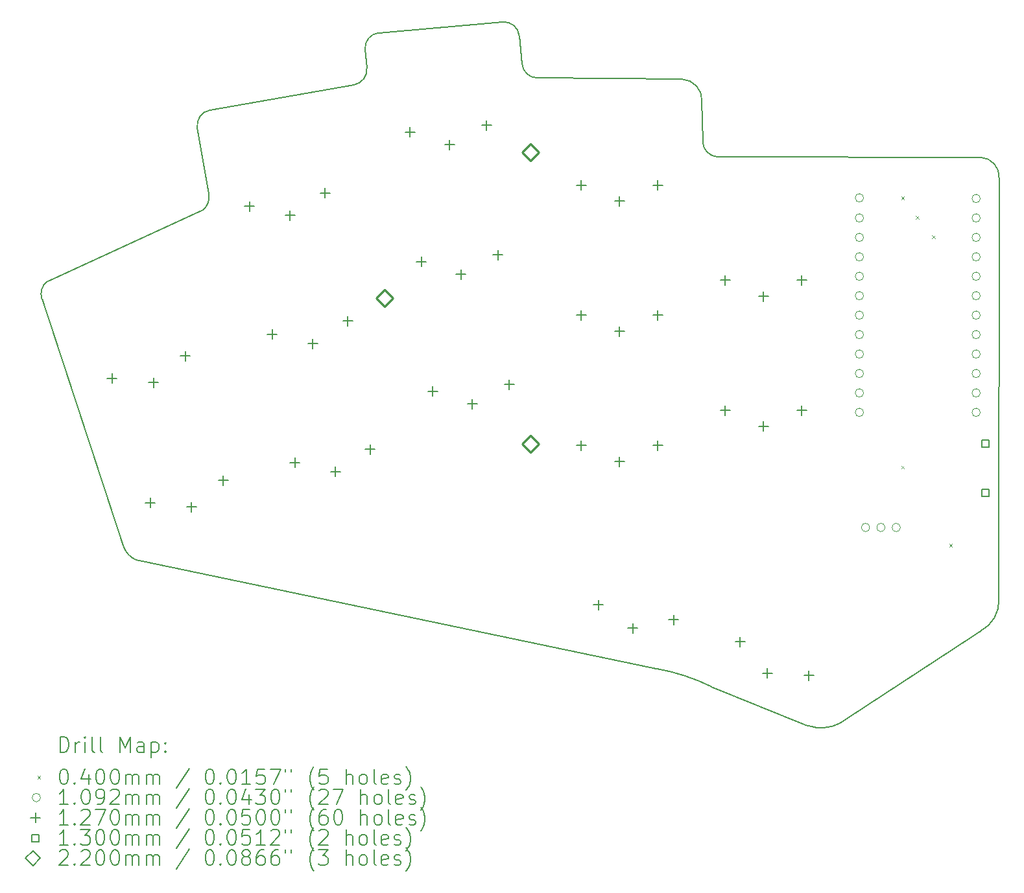
<source format=gbr>
%FSLAX45Y45*%
G04 Gerber Fmt 4.5, Leading zero omitted, Abs format (unit mm)*
G04 Created by KiCad (PCBNEW (6.0.4)) date 2022-05-15 18:09:08*
%MOMM*%
%LPD*%
G01*
G04 APERTURE LIST*
%TA.AperFunction,Profile*%
%ADD10C,0.150000*%
%TD*%
%ADD11C,0.200000*%
%ADD12C,0.040000*%
%ADD13C,0.109220*%
%ADD14C,0.127000*%
%ADD15C,0.130000*%
%ADD16C,0.220000*%
G04 APERTURE END LIST*
D10*
X6193308Y11268038D02*
X8077793Y11600323D01*
X12617390Y11393371D02*
G75*
G03*
X12363394Y11672771I-271530J8309D01*
G01*
X4064822Y9026729D02*
G75*
G03*
X4000538Y8804935I127368J-157129D01*
G01*
X4064821Y9026731D02*
X6108103Y9966950D01*
X10469953Y11689307D02*
X12363394Y11672771D01*
X12741926Y3736877D02*
G75*
G03*
X12025482Y3971349I-1191097J-2427667D01*
G01*
X10270710Y11871876D02*
G75*
G03*
X10469953Y11689307I199250J17444D01*
G01*
X16260102Y10651714D02*
X12830714Y10656418D01*
X12627823Y10859110D02*
G75*
G03*
X12830714Y10656418I208327J5640D01*
G01*
X8402406Y12279469D02*
X10016242Y12420661D01*
X13997410Y3228984D02*
G75*
G03*
X14415051Y3256148I177330J497746D01*
G01*
X12025482Y3971349D02*
X5232567Y5391664D01*
X4000538Y8804935D02*
X5064080Y5574684D01*
X5064080Y5574684D02*
G75*
G03*
X5232567Y5391664I284371J92726D01*
G01*
X13997409Y3228982D02*
X12741926Y3736876D01*
X16254981Y4462540D02*
G75*
G03*
X16496248Y4877642I-207697J398385D01*
G01*
X8242303Y11814716D02*
X8220598Y12062799D01*
X6108103Y9966950D02*
G75*
G03*
X6182043Y10176232I-151733J171310D01*
G01*
X16496248Y4877642D02*
X16498230Y10381255D01*
X10232913Y12238854D02*
G75*
G03*
X10016242Y12420661I-199233J-17424D01*
G01*
X14415051Y3256148D02*
X16254981Y4462540D01*
X6031076Y11036347D02*
X6182043Y10176232D01*
X8077794Y11600323D02*
G75*
G03*
X8242303Y11814716I-34724J196957D01*
G01*
X12627819Y10859110D02*
X12617394Y11393371D01*
X16498224Y10381255D02*
G75*
G03*
X16260102Y10651714I-253545J16825D01*
G01*
X10232912Y12238854D02*
X10270714Y11871876D01*
X6193307Y11268044D02*
G75*
G03*
X6031076Y11036347I34733J-196964D01*
G01*
X8402407Y12279462D02*
G75*
G03*
X8220598Y12062799I17423J-199232D01*
G01*
D11*
D12*
X15220000Y10141314D02*
X15260000Y10101314D01*
X15260000Y10141314D02*
X15220000Y10101314D01*
X15220000Y6624000D02*
X15260000Y6584000D01*
X15260000Y6624000D02*
X15220000Y6584000D01*
X15410459Y9885043D02*
X15450459Y9845043D01*
X15450459Y9885043D02*
X15410459Y9845043D01*
X15618978Y9630635D02*
X15658978Y9590635D01*
X15658978Y9630635D02*
X15618978Y9590635D01*
X15846125Y5604462D02*
X15886125Y5564462D01*
X15886125Y5604462D02*
X15846125Y5564462D01*
D13*
X14728331Y10122629D02*
G75*
G03*
X14728331Y10122629I-54610J0D01*
G01*
X14728331Y9860254D02*
G75*
G03*
X14728331Y9860254I-54610J0D01*
G01*
X14728331Y9606254D02*
G75*
G03*
X14728331Y9606254I-54610J0D01*
G01*
X14728331Y9352254D02*
G75*
G03*
X14728331Y9352254I-54610J0D01*
G01*
X14728331Y9098254D02*
G75*
G03*
X14728331Y9098254I-54610J0D01*
G01*
X14728331Y8844254D02*
G75*
G03*
X14728331Y8844254I-54610J0D01*
G01*
X14728331Y8590254D02*
G75*
G03*
X14728331Y8590254I-54610J0D01*
G01*
X14728331Y8336254D02*
G75*
G03*
X14728331Y8336254I-54610J0D01*
G01*
X14728331Y8082254D02*
G75*
G03*
X14728331Y8082254I-54610J0D01*
G01*
X14728331Y7828254D02*
G75*
G03*
X14728331Y7828254I-54610J0D01*
G01*
X14728331Y7574254D02*
G75*
G03*
X14728331Y7574254I-54610J0D01*
G01*
X14728331Y7320254D02*
G75*
G03*
X14728331Y7320254I-54610J0D01*
G01*
X14809150Y5816368D02*
G75*
G03*
X14809150Y5816368I-54610J0D01*
G01*
X15009150Y5816368D02*
G75*
G03*
X15009150Y5816368I-54610J0D01*
G01*
X15209150Y5816368D02*
G75*
G03*
X15209150Y5816368I-54610J0D01*
G01*
X16252331Y10114254D02*
G75*
G03*
X16252331Y10114254I-54610J0D01*
G01*
X16252331Y9860254D02*
G75*
G03*
X16252331Y9860254I-54610J0D01*
G01*
X16252331Y9606254D02*
G75*
G03*
X16252331Y9606254I-54610J0D01*
G01*
X16252331Y9352254D02*
G75*
G03*
X16252331Y9352254I-54610J0D01*
G01*
X16252331Y9098254D02*
G75*
G03*
X16252331Y9098254I-54610J0D01*
G01*
X16252331Y8844254D02*
G75*
G03*
X16252331Y8844254I-54610J0D01*
G01*
X16252331Y8590254D02*
G75*
G03*
X16252331Y8590254I-54610J0D01*
G01*
X16252331Y8336254D02*
G75*
G03*
X16252331Y8336254I-54610J0D01*
G01*
X16252331Y8082254D02*
G75*
G03*
X16252331Y8082254I-54610J0D01*
G01*
X16252331Y7828254D02*
G75*
G03*
X16252331Y7828254I-54610J0D01*
G01*
X16252331Y7574254D02*
G75*
G03*
X16252331Y7574254I-54610J0D01*
G01*
X16252331Y7320254D02*
G75*
G03*
X16252331Y7320254I-54610J0D01*
G01*
D14*
X4917175Y7826915D02*
X4917175Y7699915D01*
X4853675Y7763415D02*
X4980675Y7763415D01*
X5414207Y6201196D02*
X5414207Y6074196D01*
X5350707Y6137696D02*
X5477707Y6137696D01*
X5456725Y7772276D02*
X5456725Y7645276D01*
X5393225Y7708776D02*
X5520225Y7708776D01*
X5456725Y7772276D02*
X5456725Y7645276D01*
X5393225Y7708776D02*
X5520225Y7708776D01*
X5873479Y8119286D02*
X5873479Y7992286D01*
X5809979Y8055786D02*
X5936979Y8055786D01*
X5953757Y6146558D02*
X5953757Y6019558D01*
X5890257Y6083058D02*
X6017257Y6083058D01*
X5953757Y6146558D02*
X5953757Y6019558D01*
X5890257Y6083058D02*
X6017257Y6083058D01*
X6370511Y6493568D02*
X6370511Y6366568D01*
X6307011Y6430068D02*
X6434011Y6430068D01*
X6712293Y10076956D02*
X6712293Y9949956D01*
X6648793Y10013456D02*
X6775793Y10013456D01*
X7007495Y8402783D02*
X7007495Y8275782D01*
X6943995Y8339282D02*
X7070995Y8339282D01*
X7241163Y9956970D02*
X7241163Y9829970D01*
X7177663Y9893470D02*
X7304663Y9893470D01*
X7241163Y9956970D02*
X7241163Y9829970D01*
X7177663Y9893470D02*
X7304663Y9893470D01*
X7302697Y6728609D02*
X7302697Y6601609D01*
X7239197Y6665109D02*
X7366197Y6665109D01*
X7536365Y8282797D02*
X7536365Y8155797D01*
X7472865Y8219297D02*
X7599865Y8219297D01*
X7536365Y8282797D02*
X7536365Y8155797D01*
X7472865Y8219297D02*
X7599865Y8219297D01*
X7697101Y10250604D02*
X7697101Y10123604D01*
X7633601Y10187104D02*
X7760601Y10187104D01*
X7831567Y6608624D02*
X7831567Y6481624D01*
X7768067Y6545124D02*
X7895067Y6545124D01*
X7831567Y6608624D02*
X7831567Y6481624D01*
X7768067Y6545124D02*
X7895067Y6545124D01*
X7992303Y8576431D02*
X7992303Y8449431D01*
X7928803Y8512931D02*
X8055803Y8512931D01*
X8287505Y6902257D02*
X8287505Y6775257D01*
X8224005Y6838757D02*
X8351005Y6838757D01*
X8809021Y11046316D02*
X8809021Y10919316D01*
X8745521Y10982816D02*
X8872521Y10982816D01*
X8957186Y9352785D02*
X8957186Y9225785D01*
X8893686Y9289285D02*
X9020686Y9289285D01*
X9105351Y7659254D02*
X9105351Y7532254D01*
X9041851Y7595754D02*
X9168851Y7595754D01*
X9325422Y10880693D02*
X9325422Y10753693D01*
X9261922Y10817193D02*
X9388922Y10817193D01*
X9325422Y10880693D02*
X9325422Y10753693D01*
X9261922Y10817193D02*
X9388922Y10817193D01*
X9473586Y9187162D02*
X9473586Y9060162D01*
X9410086Y9123662D02*
X9537086Y9123662D01*
X9473586Y9187162D02*
X9473586Y9060162D01*
X9410086Y9123662D02*
X9537086Y9123662D01*
X9621751Y7493631D02*
X9621751Y7366631D01*
X9558251Y7430131D02*
X9685251Y7430131D01*
X9621751Y7493631D02*
X9621751Y7366631D01*
X9558251Y7430131D02*
X9685251Y7430131D01*
X9805216Y11133472D02*
X9805216Y11006472D01*
X9741716Y11069972D02*
X9868716Y11069972D01*
X9953381Y9439941D02*
X9953381Y9312941D01*
X9889881Y9376441D02*
X10016881Y9376441D01*
X10101546Y7746410D02*
X10101546Y7619410D01*
X10038046Y7682910D02*
X10165046Y7682910D01*
X11041109Y10352102D02*
X11041109Y10225102D01*
X10977609Y10288602D02*
X11104609Y10288602D01*
X11041109Y8652102D02*
X11041109Y8525102D01*
X10977609Y8588602D02*
X11104609Y8588602D01*
X11041109Y6952102D02*
X11041109Y6825102D01*
X10977609Y6888602D02*
X11104609Y6888602D01*
X11266393Y4867373D02*
X11266393Y4740373D01*
X11202893Y4803873D02*
X11329893Y4803873D01*
X11541109Y10142102D02*
X11541109Y10015102D01*
X11477609Y10078602D02*
X11604609Y10078602D01*
X11541109Y10142102D02*
X11541109Y10015102D01*
X11477609Y10078602D02*
X11604609Y10078602D01*
X11541109Y8442102D02*
X11541109Y8315102D01*
X11477609Y8378602D02*
X11604609Y8378602D01*
X11541109Y8442102D02*
X11541109Y8315102D01*
X11477609Y8378602D02*
X11604609Y8378602D01*
X11541109Y6742102D02*
X11541109Y6615102D01*
X11477609Y6678602D02*
X11604609Y6678602D01*
X11541109Y6742102D02*
X11541109Y6615102D01*
X11477609Y6678602D02*
X11604609Y6678602D01*
X11717137Y4565827D02*
X11717137Y4438827D01*
X11653637Y4502327D02*
X11780637Y4502327D01*
X11717137Y4565827D02*
X11717137Y4438827D01*
X11653637Y4502327D02*
X11780637Y4502327D01*
X12041109Y10352102D02*
X12041109Y10225102D01*
X11977609Y10288602D02*
X12104609Y10288602D01*
X12041109Y8652102D02*
X12041109Y8525102D01*
X11977609Y8588602D02*
X12104609Y8588602D01*
X12041109Y6952102D02*
X12041109Y6825102D01*
X11977609Y6888602D02*
X12104609Y6888602D01*
X12248020Y4676564D02*
X12248020Y4549564D01*
X12184520Y4613064D02*
X12311520Y4613064D01*
X12921828Y9111385D02*
X12921828Y8984385D01*
X12858328Y9047885D02*
X12985328Y9047885D01*
X12921828Y7411385D02*
X12921828Y7284385D01*
X12858328Y7347885D02*
X12985328Y7347885D01*
X13116543Y4385961D02*
X13116543Y4258961D01*
X13053043Y4322461D02*
X13180043Y4322461D01*
X13421828Y8901385D02*
X13421828Y8774385D01*
X13358328Y8837885D02*
X13485328Y8837885D01*
X13421828Y8901385D02*
X13421828Y8774385D01*
X13358328Y8837885D02*
X13485328Y8837885D01*
X13421828Y7201385D02*
X13421828Y7074385D01*
X13358328Y7137885D02*
X13485328Y7137885D01*
X13421828Y7201385D02*
X13421828Y7074385D01*
X13358328Y7137885D02*
X13485328Y7137885D01*
X13473882Y3978028D02*
X13473882Y3851028D01*
X13410382Y3914528D02*
X13537382Y3914528D01*
X13473882Y3978028D02*
X13473882Y3851028D01*
X13410382Y3914528D02*
X13537382Y3914528D01*
X13921828Y9111385D02*
X13921828Y8984385D01*
X13858328Y9047885D02*
X13985328Y9047885D01*
X13921828Y7411385D02*
X13921828Y7284385D01*
X13858328Y7347885D02*
X13985328Y7347885D01*
X14015337Y3947589D02*
X14015337Y3820589D01*
X13951837Y3884089D02*
X14078837Y3884089D01*
D15*
X16366281Y6869289D02*
X16366281Y6961214D01*
X16274357Y6961214D01*
X16274357Y6869289D01*
X16366281Y6869289D01*
X16366281Y6219289D02*
X16366281Y6311214D01*
X16274357Y6311214D01*
X16274357Y6219289D01*
X16366281Y6219289D01*
D16*
X8474722Y8704143D02*
X8584722Y8814143D01*
X8474722Y8924143D01*
X8364722Y8814143D01*
X8474722Y8704143D01*
X10379722Y10609143D02*
X10489722Y10719143D01*
X10379722Y10829143D01*
X10269722Y10719143D01*
X10379722Y10609143D01*
X10379722Y6799143D02*
X10489722Y6909143D01*
X10379722Y7019143D01*
X10269722Y6909143D01*
X10379722Y6799143D01*
D11*
X4240042Y2880363D02*
X4240042Y3080363D01*
X4287661Y3080363D01*
X4316233Y3070839D01*
X4335280Y3051792D01*
X4344804Y3032744D01*
X4354328Y2994649D01*
X4354328Y2966077D01*
X4344804Y2927982D01*
X4335280Y2908934D01*
X4316233Y2889887D01*
X4287661Y2880363D01*
X4240042Y2880363D01*
X4440042Y2880363D02*
X4440042Y3013696D01*
X4440042Y2975601D02*
X4449566Y2994649D01*
X4459090Y3004173D01*
X4478137Y3013696D01*
X4497185Y3013696D01*
X4563852Y2880363D02*
X4563852Y3013696D01*
X4563852Y3080363D02*
X4554328Y3070839D01*
X4563852Y3061315D01*
X4573375Y3070839D01*
X4563852Y3080363D01*
X4563852Y3061315D01*
X4687661Y2880363D02*
X4668614Y2889887D01*
X4659090Y2908934D01*
X4659090Y3080363D01*
X4792423Y2880363D02*
X4773375Y2889887D01*
X4763852Y2908934D01*
X4763852Y3080363D01*
X5020995Y2880363D02*
X5020995Y3080363D01*
X5087661Y2937506D01*
X5154328Y3080363D01*
X5154328Y2880363D01*
X5335280Y2880363D02*
X5335280Y2985125D01*
X5325756Y3004173D01*
X5306709Y3013696D01*
X5268614Y3013696D01*
X5249566Y3004173D01*
X5335280Y2889887D02*
X5316233Y2880363D01*
X5268614Y2880363D01*
X5249566Y2889887D01*
X5240042Y2908934D01*
X5240042Y2927982D01*
X5249566Y2947030D01*
X5268614Y2956553D01*
X5316233Y2956553D01*
X5335280Y2966077D01*
X5430518Y3013696D02*
X5430518Y2813696D01*
X5430518Y3004173D02*
X5449566Y3013696D01*
X5487661Y3013696D01*
X5506709Y3004173D01*
X5516233Y2994649D01*
X5525756Y2975601D01*
X5525756Y2918458D01*
X5516233Y2899411D01*
X5506709Y2889887D01*
X5487661Y2880363D01*
X5449566Y2880363D01*
X5430518Y2889887D01*
X5611471Y2899411D02*
X5620994Y2889887D01*
X5611471Y2880363D01*
X5601947Y2889887D01*
X5611471Y2899411D01*
X5611471Y2880363D01*
X5611471Y3004173D02*
X5620994Y2994649D01*
X5611471Y2985125D01*
X5601947Y2994649D01*
X5611471Y3004173D01*
X5611471Y2985125D01*
D12*
X3942423Y2570839D02*
X3982423Y2530839D01*
X3982423Y2570839D02*
X3942423Y2530839D01*
D11*
X4278137Y2660363D02*
X4297185Y2660363D01*
X4316233Y2650839D01*
X4325756Y2641315D01*
X4335280Y2622268D01*
X4344804Y2584173D01*
X4344804Y2536554D01*
X4335280Y2498458D01*
X4325756Y2479411D01*
X4316233Y2469887D01*
X4297185Y2460363D01*
X4278137Y2460363D01*
X4259090Y2469887D01*
X4249566Y2479411D01*
X4240042Y2498458D01*
X4230518Y2536554D01*
X4230518Y2584173D01*
X4240042Y2622268D01*
X4249566Y2641315D01*
X4259090Y2650839D01*
X4278137Y2660363D01*
X4430518Y2479411D02*
X4440042Y2469887D01*
X4430518Y2460363D01*
X4420995Y2469887D01*
X4430518Y2479411D01*
X4430518Y2460363D01*
X4611471Y2593696D02*
X4611471Y2460363D01*
X4563852Y2669887D02*
X4516233Y2527030D01*
X4640042Y2527030D01*
X4754328Y2660363D02*
X4773375Y2660363D01*
X4792423Y2650839D01*
X4801947Y2641315D01*
X4811471Y2622268D01*
X4820995Y2584173D01*
X4820995Y2536554D01*
X4811471Y2498458D01*
X4801947Y2479411D01*
X4792423Y2469887D01*
X4773375Y2460363D01*
X4754328Y2460363D01*
X4735280Y2469887D01*
X4725756Y2479411D01*
X4716233Y2498458D01*
X4706709Y2536554D01*
X4706709Y2584173D01*
X4716233Y2622268D01*
X4725756Y2641315D01*
X4735280Y2650839D01*
X4754328Y2660363D01*
X4944804Y2660363D02*
X4963852Y2660363D01*
X4982899Y2650839D01*
X4992423Y2641315D01*
X5001947Y2622268D01*
X5011471Y2584173D01*
X5011471Y2536554D01*
X5001947Y2498458D01*
X4992423Y2479411D01*
X4982899Y2469887D01*
X4963852Y2460363D01*
X4944804Y2460363D01*
X4925756Y2469887D01*
X4916233Y2479411D01*
X4906709Y2498458D01*
X4897185Y2536554D01*
X4897185Y2584173D01*
X4906709Y2622268D01*
X4916233Y2641315D01*
X4925756Y2650839D01*
X4944804Y2660363D01*
X5097185Y2460363D02*
X5097185Y2593696D01*
X5097185Y2574649D02*
X5106709Y2584173D01*
X5125756Y2593696D01*
X5154328Y2593696D01*
X5173375Y2584173D01*
X5182899Y2565125D01*
X5182899Y2460363D01*
X5182899Y2565125D02*
X5192423Y2584173D01*
X5211471Y2593696D01*
X5240042Y2593696D01*
X5259090Y2584173D01*
X5268614Y2565125D01*
X5268614Y2460363D01*
X5363852Y2460363D02*
X5363852Y2593696D01*
X5363852Y2574649D02*
X5373375Y2584173D01*
X5392423Y2593696D01*
X5420995Y2593696D01*
X5440042Y2584173D01*
X5449566Y2565125D01*
X5449566Y2460363D01*
X5449566Y2565125D02*
X5459090Y2584173D01*
X5478137Y2593696D01*
X5506709Y2593696D01*
X5525756Y2584173D01*
X5535280Y2565125D01*
X5535280Y2460363D01*
X5925756Y2669887D02*
X5754328Y2412744D01*
X6182899Y2660363D02*
X6201947Y2660363D01*
X6220994Y2650839D01*
X6230518Y2641315D01*
X6240042Y2622268D01*
X6249566Y2584173D01*
X6249566Y2536554D01*
X6240042Y2498458D01*
X6230518Y2479411D01*
X6220994Y2469887D01*
X6201947Y2460363D01*
X6182899Y2460363D01*
X6163852Y2469887D01*
X6154328Y2479411D01*
X6144804Y2498458D01*
X6135280Y2536554D01*
X6135280Y2584173D01*
X6144804Y2622268D01*
X6154328Y2641315D01*
X6163852Y2650839D01*
X6182899Y2660363D01*
X6335280Y2479411D02*
X6344804Y2469887D01*
X6335280Y2460363D01*
X6325756Y2469887D01*
X6335280Y2479411D01*
X6335280Y2460363D01*
X6468613Y2660363D02*
X6487661Y2660363D01*
X6506709Y2650839D01*
X6516233Y2641315D01*
X6525756Y2622268D01*
X6535280Y2584173D01*
X6535280Y2536554D01*
X6525756Y2498458D01*
X6516233Y2479411D01*
X6506709Y2469887D01*
X6487661Y2460363D01*
X6468613Y2460363D01*
X6449566Y2469887D01*
X6440042Y2479411D01*
X6430518Y2498458D01*
X6420994Y2536554D01*
X6420994Y2584173D01*
X6430518Y2622268D01*
X6440042Y2641315D01*
X6449566Y2650839D01*
X6468613Y2660363D01*
X6725756Y2460363D02*
X6611471Y2460363D01*
X6668613Y2460363D02*
X6668613Y2660363D01*
X6649566Y2631792D01*
X6630518Y2612744D01*
X6611471Y2603220D01*
X6906709Y2660363D02*
X6811471Y2660363D01*
X6801947Y2565125D01*
X6811471Y2574649D01*
X6830518Y2584173D01*
X6878137Y2584173D01*
X6897185Y2574649D01*
X6906709Y2565125D01*
X6916233Y2546077D01*
X6916233Y2498458D01*
X6906709Y2479411D01*
X6897185Y2469887D01*
X6878137Y2460363D01*
X6830518Y2460363D01*
X6811471Y2469887D01*
X6801947Y2479411D01*
X6982899Y2660363D02*
X7116233Y2660363D01*
X7030518Y2460363D01*
X7182899Y2660363D02*
X7182899Y2622268D01*
X7259090Y2660363D02*
X7259090Y2622268D01*
X7554328Y2384173D02*
X7544804Y2393696D01*
X7525756Y2422268D01*
X7516233Y2441315D01*
X7506709Y2469887D01*
X7497185Y2517506D01*
X7497185Y2555601D01*
X7506709Y2603220D01*
X7516233Y2631792D01*
X7525756Y2650839D01*
X7544804Y2679411D01*
X7554328Y2688935D01*
X7725756Y2660363D02*
X7630518Y2660363D01*
X7620994Y2565125D01*
X7630518Y2574649D01*
X7649566Y2584173D01*
X7697185Y2584173D01*
X7716233Y2574649D01*
X7725756Y2565125D01*
X7735280Y2546077D01*
X7735280Y2498458D01*
X7725756Y2479411D01*
X7716233Y2469887D01*
X7697185Y2460363D01*
X7649566Y2460363D01*
X7630518Y2469887D01*
X7620994Y2479411D01*
X7973375Y2460363D02*
X7973375Y2660363D01*
X8059090Y2460363D02*
X8059090Y2565125D01*
X8049566Y2584173D01*
X8030518Y2593696D01*
X8001947Y2593696D01*
X7982899Y2584173D01*
X7973375Y2574649D01*
X8182899Y2460363D02*
X8163852Y2469887D01*
X8154328Y2479411D01*
X8144804Y2498458D01*
X8144804Y2555601D01*
X8154328Y2574649D01*
X8163852Y2584173D01*
X8182899Y2593696D01*
X8211471Y2593696D01*
X8230518Y2584173D01*
X8240042Y2574649D01*
X8249566Y2555601D01*
X8249566Y2498458D01*
X8240042Y2479411D01*
X8230518Y2469887D01*
X8211471Y2460363D01*
X8182899Y2460363D01*
X8363852Y2460363D02*
X8344804Y2469887D01*
X8335280Y2488935D01*
X8335280Y2660363D01*
X8516233Y2469887D02*
X8497185Y2460363D01*
X8459090Y2460363D01*
X8440042Y2469887D01*
X8430518Y2488935D01*
X8430518Y2565125D01*
X8440042Y2584173D01*
X8459090Y2593696D01*
X8497185Y2593696D01*
X8516233Y2584173D01*
X8525756Y2565125D01*
X8525756Y2546077D01*
X8430518Y2527030D01*
X8601947Y2469887D02*
X8620995Y2460363D01*
X8659090Y2460363D01*
X8678137Y2469887D01*
X8687661Y2488935D01*
X8687661Y2498458D01*
X8678137Y2517506D01*
X8659090Y2527030D01*
X8630518Y2527030D01*
X8611471Y2536554D01*
X8601947Y2555601D01*
X8601947Y2565125D01*
X8611471Y2584173D01*
X8630518Y2593696D01*
X8659090Y2593696D01*
X8678137Y2584173D01*
X8754328Y2384173D02*
X8763852Y2393696D01*
X8782899Y2422268D01*
X8792423Y2441315D01*
X8801947Y2469887D01*
X8811471Y2517506D01*
X8811471Y2555601D01*
X8801947Y2603220D01*
X8792423Y2631792D01*
X8782899Y2650839D01*
X8763852Y2679411D01*
X8754328Y2688935D01*
D13*
X3982423Y2286839D02*
G75*
G03*
X3982423Y2286839I-54610J0D01*
G01*
D11*
X4344804Y2196363D02*
X4230518Y2196363D01*
X4287661Y2196363D02*
X4287661Y2396363D01*
X4268614Y2367792D01*
X4249566Y2348744D01*
X4230518Y2339220D01*
X4430518Y2215411D02*
X4440042Y2205887D01*
X4430518Y2196363D01*
X4420995Y2205887D01*
X4430518Y2215411D01*
X4430518Y2196363D01*
X4563852Y2396363D02*
X4582899Y2396363D01*
X4601947Y2386839D01*
X4611471Y2377315D01*
X4620995Y2358268D01*
X4630518Y2320173D01*
X4630518Y2272554D01*
X4620995Y2234458D01*
X4611471Y2215411D01*
X4601947Y2205887D01*
X4582899Y2196363D01*
X4563852Y2196363D01*
X4544804Y2205887D01*
X4535280Y2215411D01*
X4525756Y2234458D01*
X4516233Y2272554D01*
X4516233Y2320173D01*
X4525756Y2358268D01*
X4535280Y2377315D01*
X4544804Y2386839D01*
X4563852Y2396363D01*
X4725756Y2196363D02*
X4763852Y2196363D01*
X4782899Y2205887D01*
X4792423Y2215411D01*
X4811471Y2243982D01*
X4820995Y2282077D01*
X4820995Y2358268D01*
X4811471Y2377315D01*
X4801947Y2386839D01*
X4782899Y2396363D01*
X4744804Y2396363D01*
X4725756Y2386839D01*
X4716233Y2377315D01*
X4706709Y2358268D01*
X4706709Y2310649D01*
X4716233Y2291601D01*
X4725756Y2282077D01*
X4744804Y2272554D01*
X4782899Y2272554D01*
X4801947Y2282077D01*
X4811471Y2291601D01*
X4820995Y2310649D01*
X4897185Y2377315D02*
X4906709Y2386839D01*
X4925756Y2396363D01*
X4973375Y2396363D01*
X4992423Y2386839D01*
X5001947Y2377315D01*
X5011471Y2358268D01*
X5011471Y2339220D01*
X5001947Y2310649D01*
X4887661Y2196363D01*
X5011471Y2196363D01*
X5097185Y2196363D02*
X5097185Y2329696D01*
X5097185Y2310649D02*
X5106709Y2320173D01*
X5125756Y2329696D01*
X5154328Y2329696D01*
X5173375Y2320173D01*
X5182899Y2301125D01*
X5182899Y2196363D01*
X5182899Y2301125D02*
X5192423Y2320173D01*
X5211471Y2329696D01*
X5240042Y2329696D01*
X5259090Y2320173D01*
X5268614Y2301125D01*
X5268614Y2196363D01*
X5363852Y2196363D02*
X5363852Y2329696D01*
X5363852Y2310649D02*
X5373375Y2320173D01*
X5392423Y2329696D01*
X5420995Y2329696D01*
X5440042Y2320173D01*
X5449566Y2301125D01*
X5449566Y2196363D01*
X5449566Y2301125D02*
X5459090Y2320173D01*
X5478137Y2329696D01*
X5506709Y2329696D01*
X5525756Y2320173D01*
X5535280Y2301125D01*
X5535280Y2196363D01*
X5925756Y2405887D02*
X5754328Y2148744D01*
X6182899Y2396363D02*
X6201947Y2396363D01*
X6220994Y2386839D01*
X6230518Y2377315D01*
X6240042Y2358268D01*
X6249566Y2320173D01*
X6249566Y2272554D01*
X6240042Y2234458D01*
X6230518Y2215411D01*
X6220994Y2205887D01*
X6201947Y2196363D01*
X6182899Y2196363D01*
X6163852Y2205887D01*
X6154328Y2215411D01*
X6144804Y2234458D01*
X6135280Y2272554D01*
X6135280Y2320173D01*
X6144804Y2358268D01*
X6154328Y2377315D01*
X6163852Y2386839D01*
X6182899Y2396363D01*
X6335280Y2215411D02*
X6344804Y2205887D01*
X6335280Y2196363D01*
X6325756Y2205887D01*
X6335280Y2215411D01*
X6335280Y2196363D01*
X6468613Y2396363D02*
X6487661Y2396363D01*
X6506709Y2386839D01*
X6516233Y2377315D01*
X6525756Y2358268D01*
X6535280Y2320173D01*
X6535280Y2272554D01*
X6525756Y2234458D01*
X6516233Y2215411D01*
X6506709Y2205887D01*
X6487661Y2196363D01*
X6468613Y2196363D01*
X6449566Y2205887D01*
X6440042Y2215411D01*
X6430518Y2234458D01*
X6420994Y2272554D01*
X6420994Y2320173D01*
X6430518Y2358268D01*
X6440042Y2377315D01*
X6449566Y2386839D01*
X6468613Y2396363D01*
X6706709Y2329696D02*
X6706709Y2196363D01*
X6659090Y2405887D02*
X6611471Y2263030D01*
X6735280Y2263030D01*
X6792423Y2396363D02*
X6916233Y2396363D01*
X6849566Y2320173D01*
X6878137Y2320173D01*
X6897185Y2310649D01*
X6906709Y2301125D01*
X6916233Y2282077D01*
X6916233Y2234458D01*
X6906709Y2215411D01*
X6897185Y2205887D01*
X6878137Y2196363D01*
X6820994Y2196363D01*
X6801947Y2205887D01*
X6792423Y2215411D01*
X7040042Y2396363D02*
X7059090Y2396363D01*
X7078137Y2386839D01*
X7087661Y2377315D01*
X7097185Y2358268D01*
X7106709Y2320173D01*
X7106709Y2272554D01*
X7097185Y2234458D01*
X7087661Y2215411D01*
X7078137Y2205887D01*
X7059090Y2196363D01*
X7040042Y2196363D01*
X7020994Y2205887D01*
X7011471Y2215411D01*
X7001947Y2234458D01*
X6992423Y2272554D01*
X6992423Y2320173D01*
X7001947Y2358268D01*
X7011471Y2377315D01*
X7020994Y2386839D01*
X7040042Y2396363D01*
X7182899Y2396363D02*
X7182899Y2358268D01*
X7259090Y2396363D02*
X7259090Y2358268D01*
X7554328Y2120173D02*
X7544804Y2129696D01*
X7525756Y2158268D01*
X7516233Y2177315D01*
X7506709Y2205887D01*
X7497185Y2253506D01*
X7497185Y2291601D01*
X7506709Y2339220D01*
X7516233Y2367792D01*
X7525756Y2386839D01*
X7544804Y2415411D01*
X7554328Y2424935D01*
X7620994Y2377315D02*
X7630518Y2386839D01*
X7649566Y2396363D01*
X7697185Y2396363D01*
X7716233Y2386839D01*
X7725756Y2377315D01*
X7735280Y2358268D01*
X7735280Y2339220D01*
X7725756Y2310649D01*
X7611471Y2196363D01*
X7735280Y2196363D01*
X7801947Y2396363D02*
X7935280Y2396363D01*
X7849566Y2196363D01*
X8163852Y2196363D02*
X8163852Y2396363D01*
X8249566Y2196363D02*
X8249566Y2301125D01*
X8240042Y2320173D01*
X8220994Y2329696D01*
X8192423Y2329696D01*
X8173375Y2320173D01*
X8163852Y2310649D01*
X8373375Y2196363D02*
X8354328Y2205887D01*
X8344804Y2215411D01*
X8335280Y2234458D01*
X8335280Y2291601D01*
X8344804Y2310649D01*
X8354328Y2320173D01*
X8373375Y2329696D01*
X8401947Y2329696D01*
X8420995Y2320173D01*
X8430518Y2310649D01*
X8440042Y2291601D01*
X8440042Y2234458D01*
X8430518Y2215411D01*
X8420995Y2205887D01*
X8401947Y2196363D01*
X8373375Y2196363D01*
X8554328Y2196363D02*
X8535280Y2205887D01*
X8525756Y2224935D01*
X8525756Y2396363D01*
X8706709Y2205887D02*
X8687661Y2196363D01*
X8649566Y2196363D01*
X8630518Y2205887D01*
X8620995Y2224935D01*
X8620995Y2301125D01*
X8630518Y2320173D01*
X8649566Y2329696D01*
X8687661Y2329696D01*
X8706709Y2320173D01*
X8716233Y2301125D01*
X8716233Y2282077D01*
X8620995Y2263030D01*
X8792423Y2205887D02*
X8811471Y2196363D01*
X8849566Y2196363D01*
X8868614Y2205887D01*
X8878137Y2224935D01*
X8878137Y2234458D01*
X8868614Y2253506D01*
X8849566Y2263030D01*
X8820995Y2263030D01*
X8801947Y2272554D01*
X8792423Y2291601D01*
X8792423Y2301125D01*
X8801947Y2320173D01*
X8820995Y2329696D01*
X8849566Y2329696D01*
X8868614Y2320173D01*
X8944804Y2120173D02*
X8954328Y2129696D01*
X8973375Y2158268D01*
X8982899Y2177315D01*
X8992423Y2205887D01*
X9001947Y2253506D01*
X9001947Y2291601D01*
X8992423Y2339220D01*
X8982899Y2367792D01*
X8973375Y2386839D01*
X8954328Y2415411D01*
X8944804Y2424935D01*
D14*
X3918923Y2086339D02*
X3918923Y1959339D01*
X3855423Y2022839D02*
X3982423Y2022839D01*
D11*
X4344804Y1932363D02*
X4230518Y1932363D01*
X4287661Y1932363D02*
X4287661Y2132363D01*
X4268614Y2103792D01*
X4249566Y2084744D01*
X4230518Y2075220D01*
X4430518Y1951411D02*
X4440042Y1941887D01*
X4430518Y1932363D01*
X4420995Y1941887D01*
X4430518Y1951411D01*
X4430518Y1932363D01*
X4516233Y2113315D02*
X4525756Y2122839D01*
X4544804Y2132363D01*
X4592423Y2132363D01*
X4611471Y2122839D01*
X4620995Y2113315D01*
X4630518Y2094268D01*
X4630518Y2075220D01*
X4620995Y2046649D01*
X4506709Y1932363D01*
X4630518Y1932363D01*
X4697185Y2132363D02*
X4830518Y2132363D01*
X4744804Y1932363D01*
X4944804Y2132363D02*
X4963852Y2132363D01*
X4982899Y2122839D01*
X4992423Y2113315D01*
X5001947Y2094268D01*
X5011471Y2056173D01*
X5011471Y2008553D01*
X5001947Y1970458D01*
X4992423Y1951411D01*
X4982899Y1941887D01*
X4963852Y1932363D01*
X4944804Y1932363D01*
X4925756Y1941887D01*
X4916233Y1951411D01*
X4906709Y1970458D01*
X4897185Y2008553D01*
X4897185Y2056173D01*
X4906709Y2094268D01*
X4916233Y2113315D01*
X4925756Y2122839D01*
X4944804Y2132363D01*
X5097185Y1932363D02*
X5097185Y2065696D01*
X5097185Y2046649D02*
X5106709Y2056173D01*
X5125756Y2065696D01*
X5154328Y2065696D01*
X5173375Y2056173D01*
X5182899Y2037125D01*
X5182899Y1932363D01*
X5182899Y2037125D02*
X5192423Y2056173D01*
X5211471Y2065696D01*
X5240042Y2065696D01*
X5259090Y2056173D01*
X5268614Y2037125D01*
X5268614Y1932363D01*
X5363852Y1932363D02*
X5363852Y2065696D01*
X5363852Y2046649D02*
X5373375Y2056173D01*
X5392423Y2065696D01*
X5420995Y2065696D01*
X5440042Y2056173D01*
X5449566Y2037125D01*
X5449566Y1932363D01*
X5449566Y2037125D02*
X5459090Y2056173D01*
X5478137Y2065696D01*
X5506709Y2065696D01*
X5525756Y2056173D01*
X5535280Y2037125D01*
X5535280Y1932363D01*
X5925756Y2141887D02*
X5754328Y1884744D01*
X6182899Y2132363D02*
X6201947Y2132363D01*
X6220994Y2122839D01*
X6230518Y2113315D01*
X6240042Y2094268D01*
X6249566Y2056173D01*
X6249566Y2008553D01*
X6240042Y1970458D01*
X6230518Y1951411D01*
X6220994Y1941887D01*
X6201947Y1932363D01*
X6182899Y1932363D01*
X6163852Y1941887D01*
X6154328Y1951411D01*
X6144804Y1970458D01*
X6135280Y2008553D01*
X6135280Y2056173D01*
X6144804Y2094268D01*
X6154328Y2113315D01*
X6163852Y2122839D01*
X6182899Y2132363D01*
X6335280Y1951411D02*
X6344804Y1941887D01*
X6335280Y1932363D01*
X6325756Y1941887D01*
X6335280Y1951411D01*
X6335280Y1932363D01*
X6468613Y2132363D02*
X6487661Y2132363D01*
X6506709Y2122839D01*
X6516233Y2113315D01*
X6525756Y2094268D01*
X6535280Y2056173D01*
X6535280Y2008553D01*
X6525756Y1970458D01*
X6516233Y1951411D01*
X6506709Y1941887D01*
X6487661Y1932363D01*
X6468613Y1932363D01*
X6449566Y1941887D01*
X6440042Y1951411D01*
X6430518Y1970458D01*
X6420994Y2008553D01*
X6420994Y2056173D01*
X6430518Y2094268D01*
X6440042Y2113315D01*
X6449566Y2122839D01*
X6468613Y2132363D01*
X6716233Y2132363D02*
X6620994Y2132363D01*
X6611471Y2037125D01*
X6620994Y2046649D01*
X6640042Y2056173D01*
X6687661Y2056173D01*
X6706709Y2046649D01*
X6716233Y2037125D01*
X6725756Y2018077D01*
X6725756Y1970458D01*
X6716233Y1951411D01*
X6706709Y1941887D01*
X6687661Y1932363D01*
X6640042Y1932363D01*
X6620994Y1941887D01*
X6611471Y1951411D01*
X6849566Y2132363D02*
X6868613Y2132363D01*
X6887661Y2122839D01*
X6897185Y2113315D01*
X6906709Y2094268D01*
X6916233Y2056173D01*
X6916233Y2008553D01*
X6906709Y1970458D01*
X6897185Y1951411D01*
X6887661Y1941887D01*
X6868613Y1932363D01*
X6849566Y1932363D01*
X6830518Y1941887D01*
X6820994Y1951411D01*
X6811471Y1970458D01*
X6801947Y2008553D01*
X6801947Y2056173D01*
X6811471Y2094268D01*
X6820994Y2113315D01*
X6830518Y2122839D01*
X6849566Y2132363D01*
X7040042Y2132363D02*
X7059090Y2132363D01*
X7078137Y2122839D01*
X7087661Y2113315D01*
X7097185Y2094268D01*
X7106709Y2056173D01*
X7106709Y2008553D01*
X7097185Y1970458D01*
X7087661Y1951411D01*
X7078137Y1941887D01*
X7059090Y1932363D01*
X7040042Y1932363D01*
X7020994Y1941887D01*
X7011471Y1951411D01*
X7001947Y1970458D01*
X6992423Y2008553D01*
X6992423Y2056173D01*
X7001947Y2094268D01*
X7011471Y2113315D01*
X7020994Y2122839D01*
X7040042Y2132363D01*
X7182899Y2132363D02*
X7182899Y2094268D01*
X7259090Y2132363D02*
X7259090Y2094268D01*
X7554328Y1856173D02*
X7544804Y1865696D01*
X7525756Y1894268D01*
X7516233Y1913315D01*
X7506709Y1941887D01*
X7497185Y1989506D01*
X7497185Y2027601D01*
X7506709Y2075220D01*
X7516233Y2103792D01*
X7525756Y2122839D01*
X7544804Y2151411D01*
X7554328Y2160935D01*
X7716233Y2132363D02*
X7678137Y2132363D01*
X7659090Y2122839D01*
X7649566Y2113315D01*
X7630518Y2084744D01*
X7620994Y2046649D01*
X7620994Y1970458D01*
X7630518Y1951411D01*
X7640042Y1941887D01*
X7659090Y1932363D01*
X7697185Y1932363D01*
X7716233Y1941887D01*
X7725756Y1951411D01*
X7735280Y1970458D01*
X7735280Y2018077D01*
X7725756Y2037125D01*
X7716233Y2046649D01*
X7697185Y2056173D01*
X7659090Y2056173D01*
X7640042Y2046649D01*
X7630518Y2037125D01*
X7620994Y2018077D01*
X7859090Y2132363D02*
X7878137Y2132363D01*
X7897185Y2122839D01*
X7906709Y2113315D01*
X7916233Y2094268D01*
X7925756Y2056173D01*
X7925756Y2008553D01*
X7916233Y1970458D01*
X7906709Y1951411D01*
X7897185Y1941887D01*
X7878137Y1932363D01*
X7859090Y1932363D01*
X7840042Y1941887D01*
X7830518Y1951411D01*
X7820994Y1970458D01*
X7811471Y2008553D01*
X7811471Y2056173D01*
X7820994Y2094268D01*
X7830518Y2113315D01*
X7840042Y2122839D01*
X7859090Y2132363D01*
X8163852Y1932363D02*
X8163852Y2132363D01*
X8249566Y1932363D02*
X8249566Y2037125D01*
X8240042Y2056173D01*
X8220994Y2065696D01*
X8192423Y2065696D01*
X8173375Y2056173D01*
X8163852Y2046649D01*
X8373375Y1932363D02*
X8354328Y1941887D01*
X8344804Y1951411D01*
X8335280Y1970458D01*
X8335280Y2027601D01*
X8344804Y2046649D01*
X8354328Y2056173D01*
X8373375Y2065696D01*
X8401947Y2065696D01*
X8420995Y2056173D01*
X8430518Y2046649D01*
X8440042Y2027601D01*
X8440042Y1970458D01*
X8430518Y1951411D01*
X8420995Y1941887D01*
X8401947Y1932363D01*
X8373375Y1932363D01*
X8554328Y1932363D02*
X8535280Y1941887D01*
X8525756Y1960934D01*
X8525756Y2132363D01*
X8706709Y1941887D02*
X8687661Y1932363D01*
X8649566Y1932363D01*
X8630518Y1941887D01*
X8620995Y1960934D01*
X8620995Y2037125D01*
X8630518Y2056173D01*
X8649566Y2065696D01*
X8687661Y2065696D01*
X8706709Y2056173D01*
X8716233Y2037125D01*
X8716233Y2018077D01*
X8620995Y1999030D01*
X8792423Y1941887D02*
X8811471Y1932363D01*
X8849566Y1932363D01*
X8868614Y1941887D01*
X8878137Y1960934D01*
X8878137Y1970458D01*
X8868614Y1989506D01*
X8849566Y1999030D01*
X8820995Y1999030D01*
X8801947Y2008553D01*
X8792423Y2027601D01*
X8792423Y2037125D01*
X8801947Y2056173D01*
X8820995Y2065696D01*
X8849566Y2065696D01*
X8868614Y2056173D01*
X8944804Y1856173D02*
X8954328Y1865696D01*
X8973375Y1894268D01*
X8982899Y1913315D01*
X8992423Y1941887D01*
X9001947Y1989506D01*
X9001947Y2027601D01*
X8992423Y2075220D01*
X8982899Y2103792D01*
X8973375Y2122839D01*
X8954328Y2151411D01*
X8944804Y2160935D01*
D15*
X3963385Y1712877D02*
X3963385Y1804802D01*
X3871461Y1804802D01*
X3871461Y1712877D01*
X3963385Y1712877D01*
D11*
X4344804Y1668363D02*
X4230518Y1668363D01*
X4287661Y1668363D02*
X4287661Y1868363D01*
X4268614Y1839792D01*
X4249566Y1820744D01*
X4230518Y1811220D01*
X4430518Y1687411D02*
X4440042Y1677887D01*
X4430518Y1668363D01*
X4420995Y1677887D01*
X4430518Y1687411D01*
X4430518Y1668363D01*
X4506709Y1868363D02*
X4630518Y1868363D01*
X4563852Y1792173D01*
X4592423Y1792173D01*
X4611471Y1782649D01*
X4620995Y1773125D01*
X4630518Y1754077D01*
X4630518Y1706458D01*
X4620995Y1687411D01*
X4611471Y1677887D01*
X4592423Y1668363D01*
X4535280Y1668363D01*
X4516233Y1677887D01*
X4506709Y1687411D01*
X4754328Y1868363D02*
X4773375Y1868363D01*
X4792423Y1858839D01*
X4801947Y1849315D01*
X4811471Y1830268D01*
X4820995Y1792173D01*
X4820995Y1744553D01*
X4811471Y1706458D01*
X4801947Y1687411D01*
X4792423Y1677887D01*
X4773375Y1668363D01*
X4754328Y1668363D01*
X4735280Y1677887D01*
X4725756Y1687411D01*
X4716233Y1706458D01*
X4706709Y1744553D01*
X4706709Y1792173D01*
X4716233Y1830268D01*
X4725756Y1849315D01*
X4735280Y1858839D01*
X4754328Y1868363D01*
X4944804Y1868363D02*
X4963852Y1868363D01*
X4982899Y1858839D01*
X4992423Y1849315D01*
X5001947Y1830268D01*
X5011471Y1792173D01*
X5011471Y1744553D01*
X5001947Y1706458D01*
X4992423Y1687411D01*
X4982899Y1677887D01*
X4963852Y1668363D01*
X4944804Y1668363D01*
X4925756Y1677887D01*
X4916233Y1687411D01*
X4906709Y1706458D01*
X4897185Y1744553D01*
X4897185Y1792173D01*
X4906709Y1830268D01*
X4916233Y1849315D01*
X4925756Y1858839D01*
X4944804Y1868363D01*
X5097185Y1668363D02*
X5097185Y1801696D01*
X5097185Y1782649D02*
X5106709Y1792173D01*
X5125756Y1801696D01*
X5154328Y1801696D01*
X5173375Y1792173D01*
X5182899Y1773125D01*
X5182899Y1668363D01*
X5182899Y1773125D02*
X5192423Y1792173D01*
X5211471Y1801696D01*
X5240042Y1801696D01*
X5259090Y1792173D01*
X5268614Y1773125D01*
X5268614Y1668363D01*
X5363852Y1668363D02*
X5363852Y1801696D01*
X5363852Y1782649D02*
X5373375Y1792173D01*
X5392423Y1801696D01*
X5420995Y1801696D01*
X5440042Y1792173D01*
X5449566Y1773125D01*
X5449566Y1668363D01*
X5449566Y1773125D02*
X5459090Y1792173D01*
X5478137Y1801696D01*
X5506709Y1801696D01*
X5525756Y1792173D01*
X5535280Y1773125D01*
X5535280Y1668363D01*
X5925756Y1877887D02*
X5754328Y1620744D01*
X6182899Y1868363D02*
X6201947Y1868363D01*
X6220994Y1858839D01*
X6230518Y1849315D01*
X6240042Y1830268D01*
X6249566Y1792173D01*
X6249566Y1744553D01*
X6240042Y1706458D01*
X6230518Y1687411D01*
X6220994Y1677887D01*
X6201947Y1668363D01*
X6182899Y1668363D01*
X6163852Y1677887D01*
X6154328Y1687411D01*
X6144804Y1706458D01*
X6135280Y1744553D01*
X6135280Y1792173D01*
X6144804Y1830268D01*
X6154328Y1849315D01*
X6163852Y1858839D01*
X6182899Y1868363D01*
X6335280Y1687411D02*
X6344804Y1677887D01*
X6335280Y1668363D01*
X6325756Y1677887D01*
X6335280Y1687411D01*
X6335280Y1668363D01*
X6468613Y1868363D02*
X6487661Y1868363D01*
X6506709Y1858839D01*
X6516233Y1849315D01*
X6525756Y1830268D01*
X6535280Y1792173D01*
X6535280Y1744553D01*
X6525756Y1706458D01*
X6516233Y1687411D01*
X6506709Y1677887D01*
X6487661Y1668363D01*
X6468613Y1668363D01*
X6449566Y1677887D01*
X6440042Y1687411D01*
X6430518Y1706458D01*
X6420994Y1744553D01*
X6420994Y1792173D01*
X6430518Y1830268D01*
X6440042Y1849315D01*
X6449566Y1858839D01*
X6468613Y1868363D01*
X6716233Y1868363D02*
X6620994Y1868363D01*
X6611471Y1773125D01*
X6620994Y1782649D01*
X6640042Y1792173D01*
X6687661Y1792173D01*
X6706709Y1782649D01*
X6716233Y1773125D01*
X6725756Y1754077D01*
X6725756Y1706458D01*
X6716233Y1687411D01*
X6706709Y1677887D01*
X6687661Y1668363D01*
X6640042Y1668363D01*
X6620994Y1677887D01*
X6611471Y1687411D01*
X6916233Y1668363D02*
X6801947Y1668363D01*
X6859090Y1668363D02*
X6859090Y1868363D01*
X6840042Y1839792D01*
X6820994Y1820744D01*
X6801947Y1811220D01*
X6992423Y1849315D02*
X7001947Y1858839D01*
X7020994Y1868363D01*
X7068613Y1868363D01*
X7087661Y1858839D01*
X7097185Y1849315D01*
X7106709Y1830268D01*
X7106709Y1811220D01*
X7097185Y1782649D01*
X6982899Y1668363D01*
X7106709Y1668363D01*
X7182899Y1868363D02*
X7182899Y1830268D01*
X7259090Y1868363D02*
X7259090Y1830268D01*
X7554328Y1592173D02*
X7544804Y1601696D01*
X7525756Y1630268D01*
X7516233Y1649315D01*
X7506709Y1677887D01*
X7497185Y1725506D01*
X7497185Y1763601D01*
X7506709Y1811220D01*
X7516233Y1839792D01*
X7525756Y1858839D01*
X7544804Y1887411D01*
X7554328Y1896934D01*
X7620994Y1849315D02*
X7630518Y1858839D01*
X7649566Y1868363D01*
X7697185Y1868363D01*
X7716233Y1858839D01*
X7725756Y1849315D01*
X7735280Y1830268D01*
X7735280Y1811220D01*
X7725756Y1782649D01*
X7611471Y1668363D01*
X7735280Y1668363D01*
X7973375Y1668363D02*
X7973375Y1868363D01*
X8059090Y1668363D02*
X8059090Y1773125D01*
X8049566Y1792173D01*
X8030518Y1801696D01*
X8001947Y1801696D01*
X7982899Y1792173D01*
X7973375Y1782649D01*
X8182899Y1668363D02*
X8163852Y1677887D01*
X8154328Y1687411D01*
X8144804Y1706458D01*
X8144804Y1763601D01*
X8154328Y1782649D01*
X8163852Y1792173D01*
X8182899Y1801696D01*
X8211471Y1801696D01*
X8230518Y1792173D01*
X8240042Y1782649D01*
X8249566Y1763601D01*
X8249566Y1706458D01*
X8240042Y1687411D01*
X8230518Y1677887D01*
X8211471Y1668363D01*
X8182899Y1668363D01*
X8363852Y1668363D02*
X8344804Y1677887D01*
X8335280Y1696934D01*
X8335280Y1868363D01*
X8516233Y1677887D02*
X8497185Y1668363D01*
X8459090Y1668363D01*
X8440042Y1677887D01*
X8430518Y1696934D01*
X8430518Y1773125D01*
X8440042Y1792173D01*
X8459090Y1801696D01*
X8497185Y1801696D01*
X8516233Y1792173D01*
X8525756Y1773125D01*
X8525756Y1754077D01*
X8430518Y1735030D01*
X8601947Y1677887D02*
X8620995Y1668363D01*
X8659090Y1668363D01*
X8678137Y1677887D01*
X8687661Y1696934D01*
X8687661Y1706458D01*
X8678137Y1725506D01*
X8659090Y1735030D01*
X8630518Y1735030D01*
X8611471Y1744553D01*
X8601947Y1763601D01*
X8601947Y1773125D01*
X8611471Y1792173D01*
X8630518Y1801696D01*
X8659090Y1801696D01*
X8678137Y1792173D01*
X8754328Y1592173D02*
X8763852Y1601696D01*
X8782899Y1630268D01*
X8792423Y1649315D01*
X8801947Y1677887D01*
X8811471Y1725506D01*
X8811471Y1763601D01*
X8801947Y1811220D01*
X8792423Y1839792D01*
X8782899Y1858839D01*
X8763852Y1887411D01*
X8754328Y1896934D01*
X3882423Y1394839D02*
X3982423Y1494839D01*
X3882423Y1594839D01*
X3782423Y1494839D01*
X3882423Y1394839D01*
X4230518Y1585315D02*
X4240042Y1594839D01*
X4259090Y1604363D01*
X4306709Y1604363D01*
X4325756Y1594839D01*
X4335280Y1585315D01*
X4344804Y1566268D01*
X4344804Y1547220D01*
X4335280Y1518649D01*
X4220995Y1404363D01*
X4344804Y1404363D01*
X4430518Y1423411D02*
X4440042Y1413887D01*
X4430518Y1404363D01*
X4420995Y1413887D01*
X4430518Y1423411D01*
X4430518Y1404363D01*
X4516233Y1585315D02*
X4525756Y1594839D01*
X4544804Y1604363D01*
X4592423Y1604363D01*
X4611471Y1594839D01*
X4620995Y1585315D01*
X4630518Y1566268D01*
X4630518Y1547220D01*
X4620995Y1518649D01*
X4506709Y1404363D01*
X4630518Y1404363D01*
X4754328Y1604363D02*
X4773375Y1604363D01*
X4792423Y1594839D01*
X4801947Y1585315D01*
X4811471Y1566268D01*
X4820995Y1528173D01*
X4820995Y1480553D01*
X4811471Y1442458D01*
X4801947Y1423411D01*
X4792423Y1413887D01*
X4773375Y1404363D01*
X4754328Y1404363D01*
X4735280Y1413887D01*
X4725756Y1423411D01*
X4716233Y1442458D01*
X4706709Y1480553D01*
X4706709Y1528173D01*
X4716233Y1566268D01*
X4725756Y1585315D01*
X4735280Y1594839D01*
X4754328Y1604363D01*
X4944804Y1604363D02*
X4963852Y1604363D01*
X4982899Y1594839D01*
X4992423Y1585315D01*
X5001947Y1566268D01*
X5011471Y1528173D01*
X5011471Y1480553D01*
X5001947Y1442458D01*
X4992423Y1423411D01*
X4982899Y1413887D01*
X4963852Y1404363D01*
X4944804Y1404363D01*
X4925756Y1413887D01*
X4916233Y1423411D01*
X4906709Y1442458D01*
X4897185Y1480553D01*
X4897185Y1528173D01*
X4906709Y1566268D01*
X4916233Y1585315D01*
X4925756Y1594839D01*
X4944804Y1604363D01*
X5097185Y1404363D02*
X5097185Y1537696D01*
X5097185Y1518649D02*
X5106709Y1528173D01*
X5125756Y1537696D01*
X5154328Y1537696D01*
X5173375Y1528173D01*
X5182899Y1509125D01*
X5182899Y1404363D01*
X5182899Y1509125D02*
X5192423Y1528173D01*
X5211471Y1537696D01*
X5240042Y1537696D01*
X5259090Y1528173D01*
X5268614Y1509125D01*
X5268614Y1404363D01*
X5363852Y1404363D02*
X5363852Y1537696D01*
X5363852Y1518649D02*
X5373375Y1528173D01*
X5392423Y1537696D01*
X5420995Y1537696D01*
X5440042Y1528173D01*
X5449566Y1509125D01*
X5449566Y1404363D01*
X5449566Y1509125D02*
X5459090Y1528173D01*
X5478137Y1537696D01*
X5506709Y1537696D01*
X5525756Y1528173D01*
X5535280Y1509125D01*
X5535280Y1404363D01*
X5925756Y1613887D02*
X5754328Y1356744D01*
X6182899Y1604363D02*
X6201947Y1604363D01*
X6220994Y1594839D01*
X6230518Y1585315D01*
X6240042Y1566268D01*
X6249566Y1528173D01*
X6249566Y1480553D01*
X6240042Y1442458D01*
X6230518Y1423411D01*
X6220994Y1413887D01*
X6201947Y1404363D01*
X6182899Y1404363D01*
X6163852Y1413887D01*
X6154328Y1423411D01*
X6144804Y1442458D01*
X6135280Y1480553D01*
X6135280Y1528173D01*
X6144804Y1566268D01*
X6154328Y1585315D01*
X6163852Y1594839D01*
X6182899Y1604363D01*
X6335280Y1423411D02*
X6344804Y1413887D01*
X6335280Y1404363D01*
X6325756Y1413887D01*
X6335280Y1423411D01*
X6335280Y1404363D01*
X6468613Y1604363D02*
X6487661Y1604363D01*
X6506709Y1594839D01*
X6516233Y1585315D01*
X6525756Y1566268D01*
X6535280Y1528173D01*
X6535280Y1480553D01*
X6525756Y1442458D01*
X6516233Y1423411D01*
X6506709Y1413887D01*
X6487661Y1404363D01*
X6468613Y1404363D01*
X6449566Y1413887D01*
X6440042Y1423411D01*
X6430518Y1442458D01*
X6420994Y1480553D01*
X6420994Y1528173D01*
X6430518Y1566268D01*
X6440042Y1585315D01*
X6449566Y1594839D01*
X6468613Y1604363D01*
X6649566Y1518649D02*
X6630518Y1528173D01*
X6620994Y1537696D01*
X6611471Y1556744D01*
X6611471Y1566268D01*
X6620994Y1585315D01*
X6630518Y1594839D01*
X6649566Y1604363D01*
X6687661Y1604363D01*
X6706709Y1594839D01*
X6716233Y1585315D01*
X6725756Y1566268D01*
X6725756Y1556744D01*
X6716233Y1537696D01*
X6706709Y1528173D01*
X6687661Y1518649D01*
X6649566Y1518649D01*
X6630518Y1509125D01*
X6620994Y1499601D01*
X6611471Y1480553D01*
X6611471Y1442458D01*
X6620994Y1423411D01*
X6630518Y1413887D01*
X6649566Y1404363D01*
X6687661Y1404363D01*
X6706709Y1413887D01*
X6716233Y1423411D01*
X6725756Y1442458D01*
X6725756Y1480553D01*
X6716233Y1499601D01*
X6706709Y1509125D01*
X6687661Y1518649D01*
X6897185Y1604363D02*
X6859090Y1604363D01*
X6840042Y1594839D01*
X6830518Y1585315D01*
X6811471Y1556744D01*
X6801947Y1518649D01*
X6801947Y1442458D01*
X6811471Y1423411D01*
X6820994Y1413887D01*
X6840042Y1404363D01*
X6878137Y1404363D01*
X6897185Y1413887D01*
X6906709Y1423411D01*
X6916233Y1442458D01*
X6916233Y1490077D01*
X6906709Y1509125D01*
X6897185Y1518649D01*
X6878137Y1528173D01*
X6840042Y1528173D01*
X6820994Y1518649D01*
X6811471Y1509125D01*
X6801947Y1490077D01*
X7087661Y1604363D02*
X7049566Y1604363D01*
X7030518Y1594839D01*
X7020994Y1585315D01*
X7001947Y1556744D01*
X6992423Y1518649D01*
X6992423Y1442458D01*
X7001947Y1423411D01*
X7011471Y1413887D01*
X7030518Y1404363D01*
X7068613Y1404363D01*
X7087661Y1413887D01*
X7097185Y1423411D01*
X7106709Y1442458D01*
X7106709Y1490077D01*
X7097185Y1509125D01*
X7087661Y1518649D01*
X7068613Y1528173D01*
X7030518Y1528173D01*
X7011471Y1518649D01*
X7001947Y1509125D01*
X6992423Y1490077D01*
X7182899Y1604363D02*
X7182899Y1566268D01*
X7259090Y1604363D02*
X7259090Y1566268D01*
X7554328Y1328173D02*
X7544804Y1337696D01*
X7525756Y1366268D01*
X7516233Y1385315D01*
X7506709Y1413887D01*
X7497185Y1461506D01*
X7497185Y1499601D01*
X7506709Y1547220D01*
X7516233Y1575792D01*
X7525756Y1594839D01*
X7544804Y1623411D01*
X7554328Y1632934D01*
X7611471Y1604363D02*
X7735280Y1604363D01*
X7668613Y1528173D01*
X7697185Y1528173D01*
X7716233Y1518649D01*
X7725756Y1509125D01*
X7735280Y1490077D01*
X7735280Y1442458D01*
X7725756Y1423411D01*
X7716233Y1413887D01*
X7697185Y1404363D01*
X7640042Y1404363D01*
X7620994Y1413887D01*
X7611471Y1423411D01*
X7973375Y1404363D02*
X7973375Y1604363D01*
X8059090Y1404363D02*
X8059090Y1509125D01*
X8049566Y1528173D01*
X8030518Y1537696D01*
X8001947Y1537696D01*
X7982899Y1528173D01*
X7973375Y1518649D01*
X8182899Y1404363D02*
X8163852Y1413887D01*
X8154328Y1423411D01*
X8144804Y1442458D01*
X8144804Y1499601D01*
X8154328Y1518649D01*
X8163852Y1528173D01*
X8182899Y1537696D01*
X8211471Y1537696D01*
X8230518Y1528173D01*
X8240042Y1518649D01*
X8249566Y1499601D01*
X8249566Y1442458D01*
X8240042Y1423411D01*
X8230518Y1413887D01*
X8211471Y1404363D01*
X8182899Y1404363D01*
X8363852Y1404363D02*
X8344804Y1413887D01*
X8335280Y1432934D01*
X8335280Y1604363D01*
X8516233Y1413887D02*
X8497185Y1404363D01*
X8459090Y1404363D01*
X8440042Y1413887D01*
X8430518Y1432934D01*
X8430518Y1509125D01*
X8440042Y1528173D01*
X8459090Y1537696D01*
X8497185Y1537696D01*
X8516233Y1528173D01*
X8525756Y1509125D01*
X8525756Y1490077D01*
X8430518Y1471030D01*
X8601947Y1413887D02*
X8620995Y1404363D01*
X8659090Y1404363D01*
X8678137Y1413887D01*
X8687661Y1432934D01*
X8687661Y1442458D01*
X8678137Y1461506D01*
X8659090Y1471030D01*
X8630518Y1471030D01*
X8611471Y1480553D01*
X8601947Y1499601D01*
X8601947Y1509125D01*
X8611471Y1528173D01*
X8630518Y1537696D01*
X8659090Y1537696D01*
X8678137Y1528173D01*
X8754328Y1328173D02*
X8763852Y1337696D01*
X8782899Y1366268D01*
X8792423Y1385315D01*
X8801947Y1413887D01*
X8811471Y1461506D01*
X8811471Y1499601D01*
X8801947Y1547220D01*
X8792423Y1575792D01*
X8782899Y1594839D01*
X8763852Y1623411D01*
X8754328Y1632934D01*
M02*

</source>
